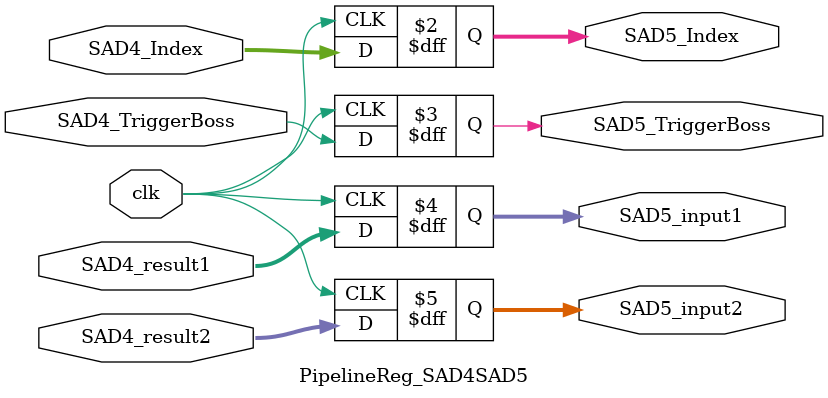
<source format=v>
`timescale 1ns / 1ps

module PipelineReg_SAD4SAD5(
    input clk,
    input [15:0] SAD4_Index,
    input SAD4_TriggerBoss,
    input [13:0] SAD4_result1,
    input [13:0] SAD4_result2,
    output reg [15:0] SAD5_Index,
    output reg SAD5_TriggerBoss,
    output reg [13:0] SAD5_input1,
    output reg [13:0] SAD5_input2
);

always @(posedge clk) begin
    SAD5_Index <= SAD4_Index;
    SAD5_TriggerBoss <= SAD4_TriggerBoss;
    SAD5_input1 <= SAD4_result1;
    SAD5_input2 <= SAD4_result2;
end


endmodule
</source>
